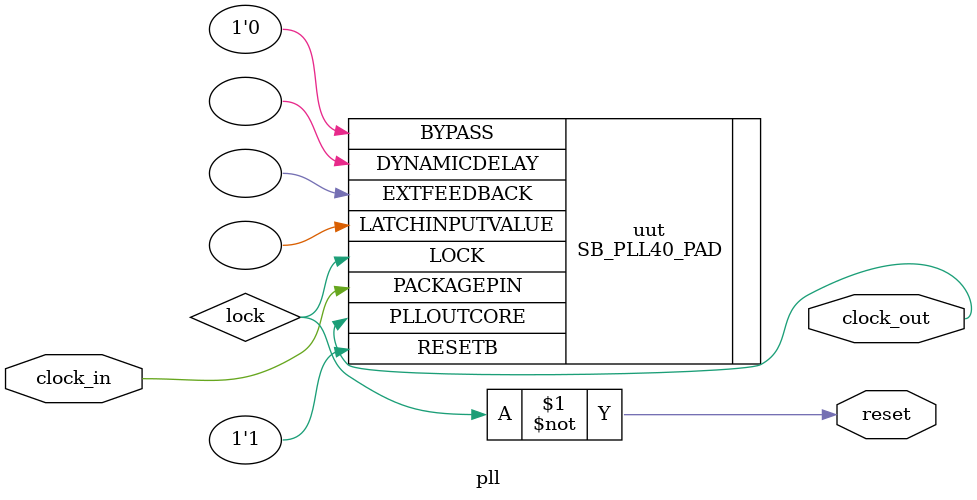
<source format=v>
/**
 * PLL configuration
 */

module pll(
	input  clock_in,
	output clock_out,
  output reset
	);

  wire lock;
  assign reset = ~lock;

  SB_PLL40_PAD #(.FEEDBACK_PATH("SIMPLE"),
                  .PLLOUT_SELECT("GENCLK"),
                  .DIVR(4'b0000),
// 20
                  .DIVF(7'b0110100),
                  .DIVQ(3'b101),
//
                  .FILTER_RANGE(3'b001),
                  .DELAY_ADJUSTMENT_MODE_FEEDBACK("FIXED"),
                  .FDA_FEEDBACK(4'b0000),
                  .DELAY_ADJUSTMENT_MODE_RELATIVE("FIXED"),
                  .FDA_RELATIVE(4'b0000),
                  .SHIFTREG_DIV_MODE(2'b00),
                  .ENABLE_ICEGATE(1'b0)
                 ) uut (
                         .PACKAGEPIN(clock_in),
                         .PLLOUTCORE(clock_out),
                         .EXTFEEDBACK(),
                         .DYNAMICDELAY(),
                         .LATCHINPUTVALUE(),
                         .RESETB(1'b1),
                         .LOCK(lock),
                         .BYPASS(1'b0)
                        );

endmodule

</source>
